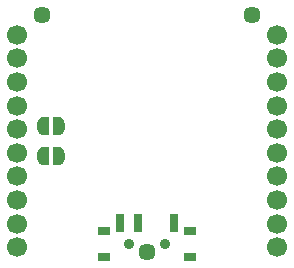
<source format=gbr>
%TF.GenerationSoftware,KiCad,Pcbnew,(5.1.7)-1*%
%TF.CreationDate,2020-10-27T00:37:30-04:00*%
%TF.ProjectId,esp8285bee,65737038-3238-4356-9265-652e6b696361,rev?*%
%TF.SameCoordinates,Original*%
%TF.FileFunction,Soldermask,Bot*%
%TF.FilePolarity,Negative*%
%FSLAX46Y46*%
G04 Gerber Fmt 4.6, Leading zero omitted, Abs format (unit mm)*
G04 Created by KiCad (PCBNEW (5.1.7)-1) date 2020-10-27 00:37:30*
%MOMM*%
%LPD*%
G01*
G04 APERTURE LIST*
%ADD10C,0.100000*%
%ADD11C,1.700000*%
%ADD12C,0.900000*%
%ADD13R,0.700000X1.500000*%
%ADD14R,1.000000X0.800000*%
%ADD15C,1.448000*%
G04 APERTURE END LIST*
D10*
%TO.C,JP1*%
G36*
X93622000Y-74180000D02*
G01*
X94122000Y-74180000D01*
X94122000Y-74180602D01*
X94146534Y-74180602D01*
X94195365Y-74185412D01*
X94243490Y-74194984D01*
X94290445Y-74209228D01*
X94335778Y-74228005D01*
X94379051Y-74251136D01*
X94419850Y-74278396D01*
X94457779Y-74309524D01*
X94492476Y-74344221D01*
X94523604Y-74382150D01*
X94550864Y-74422949D01*
X94573995Y-74466222D01*
X94592772Y-74511555D01*
X94607016Y-74558510D01*
X94616588Y-74606635D01*
X94621398Y-74655466D01*
X94621398Y-74680000D01*
X94622000Y-74680000D01*
X94622000Y-75180000D01*
X94621398Y-75180000D01*
X94621398Y-75204534D01*
X94616588Y-75253365D01*
X94607016Y-75301490D01*
X94592772Y-75348445D01*
X94573995Y-75393778D01*
X94550864Y-75437051D01*
X94523604Y-75477850D01*
X94492476Y-75515779D01*
X94457779Y-75550476D01*
X94419850Y-75581604D01*
X94379051Y-75608864D01*
X94335778Y-75631995D01*
X94290445Y-75650772D01*
X94243490Y-75665016D01*
X94195365Y-75674588D01*
X94146534Y-75679398D01*
X94122000Y-75679398D01*
X94122000Y-75680000D01*
X93622000Y-75680000D01*
X93622000Y-74180000D01*
G37*
G36*
X92822000Y-75679398D02*
G01*
X92797466Y-75679398D01*
X92748635Y-75674588D01*
X92700510Y-75665016D01*
X92653555Y-75650772D01*
X92608222Y-75631995D01*
X92564949Y-75608864D01*
X92524150Y-75581604D01*
X92486221Y-75550476D01*
X92451524Y-75515779D01*
X92420396Y-75477850D01*
X92393136Y-75437051D01*
X92370005Y-75393778D01*
X92351228Y-75348445D01*
X92336984Y-75301490D01*
X92327412Y-75253365D01*
X92322602Y-75204534D01*
X92322602Y-75180000D01*
X92322000Y-75180000D01*
X92322000Y-74680000D01*
X92322602Y-74680000D01*
X92322602Y-74655466D01*
X92327412Y-74606635D01*
X92336984Y-74558510D01*
X92351228Y-74511555D01*
X92370005Y-74466222D01*
X92393136Y-74422949D01*
X92420396Y-74382150D01*
X92451524Y-74344221D01*
X92486221Y-74309524D01*
X92524150Y-74278396D01*
X92564949Y-74251136D01*
X92608222Y-74228005D01*
X92653555Y-74209228D01*
X92700510Y-74194984D01*
X92748635Y-74185412D01*
X92797466Y-74180602D01*
X92822000Y-74180602D01*
X92822000Y-74180000D01*
X93322000Y-74180000D01*
X93322000Y-75680000D01*
X92822000Y-75680000D01*
X92822000Y-75679398D01*
G37*
%TD*%
%TO.C,JP2*%
G36*
X94122000Y-76720602D02*
G01*
X94146534Y-76720602D01*
X94195365Y-76725412D01*
X94243490Y-76734984D01*
X94290445Y-76749228D01*
X94335778Y-76768005D01*
X94379051Y-76791136D01*
X94419850Y-76818396D01*
X94457779Y-76849524D01*
X94492476Y-76884221D01*
X94523604Y-76922150D01*
X94550864Y-76962949D01*
X94573995Y-77006222D01*
X94592772Y-77051555D01*
X94607016Y-77098510D01*
X94616588Y-77146635D01*
X94621398Y-77195466D01*
X94621398Y-77220000D01*
X94622000Y-77220000D01*
X94622000Y-77720000D01*
X94621398Y-77720000D01*
X94621398Y-77744534D01*
X94616588Y-77793365D01*
X94607016Y-77841490D01*
X94592772Y-77888445D01*
X94573995Y-77933778D01*
X94550864Y-77977051D01*
X94523604Y-78017850D01*
X94492476Y-78055779D01*
X94457779Y-78090476D01*
X94419850Y-78121604D01*
X94379051Y-78148864D01*
X94335778Y-78171995D01*
X94290445Y-78190772D01*
X94243490Y-78205016D01*
X94195365Y-78214588D01*
X94146534Y-78219398D01*
X94122000Y-78219398D01*
X94122000Y-78220000D01*
X93622000Y-78220000D01*
X93622000Y-76720000D01*
X94122000Y-76720000D01*
X94122000Y-76720602D01*
G37*
G36*
X93322000Y-78220000D02*
G01*
X92822000Y-78220000D01*
X92822000Y-78219398D01*
X92797466Y-78219398D01*
X92748635Y-78214588D01*
X92700510Y-78205016D01*
X92653555Y-78190772D01*
X92608222Y-78171995D01*
X92564949Y-78148864D01*
X92524150Y-78121604D01*
X92486221Y-78090476D01*
X92451524Y-78055779D01*
X92420396Y-78017850D01*
X92393136Y-77977051D01*
X92370005Y-77933778D01*
X92351228Y-77888445D01*
X92336984Y-77841490D01*
X92327412Y-77793365D01*
X92322602Y-77744534D01*
X92322602Y-77720000D01*
X92322000Y-77720000D01*
X92322000Y-77220000D01*
X92322602Y-77220000D01*
X92322602Y-77195466D01*
X92327412Y-77146635D01*
X92336984Y-77098510D01*
X92351228Y-77051555D01*
X92370005Y-77006222D01*
X92393136Y-76962949D01*
X92420396Y-76922150D01*
X92451524Y-76884221D01*
X92486221Y-76849524D01*
X92524150Y-76818396D01*
X92564949Y-76791136D01*
X92608222Y-76768005D01*
X92653555Y-76749228D01*
X92700510Y-76734984D01*
X92748635Y-76725412D01*
X92797466Y-76720602D01*
X92822000Y-76720602D01*
X92822000Y-76720000D01*
X93322000Y-76720000D01*
X93322000Y-78220000D01*
G37*
%TD*%
D11*
%TO.C,MOD1*%
X90600000Y-67200000D03*
X90600000Y-69200000D03*
X90600000Y-71200000D03*
X90600000Y-73200000D03*
X90600000Y-75200000D03*
X90600000Y-77200000D03*
X90600000Y-79200000D03*
X90600000Y-81200000D03*
X90600000Y-83200000D03*
X90600000Y-85200000D03*
X112600000Y-85200000D03*
X112600000Y-83200000D03*
X112600000Y-81200000D03*
X112600000Y-79200000D03*
X112600000Y-77200000D03*
X112600000Y-75200000D03*
X112600000Y-73200000D03*
X112600000Y-71200000D03*
X112600000Y-69200000D03*
X112600000Y-67200000D03*
%TD*%
D12*
%TO.C,SW3*%
X103100000Y-84912000D03*
X100100000Y-84912000D03*
D13*
X103850000Y-83152000D03*
X100850000Y-83152000D03*
X99350000Y-83152000D03*
D14*
X105250000Y-86012000D03*
X97950000Y-86012000D03*
X97950000Y-83802000D03*
X105250000Y-83802000D03*
%TD*%
D15*
%TO.C,H1*%
X92710000Y-65532000D03*
%TD*%
%TO.C,H2*%
X110490000Y-65532000D03*
%TD*%
%TO.C,H3*%
X101600000Y-85598000D03*
%TD*%
M02*

</source>
